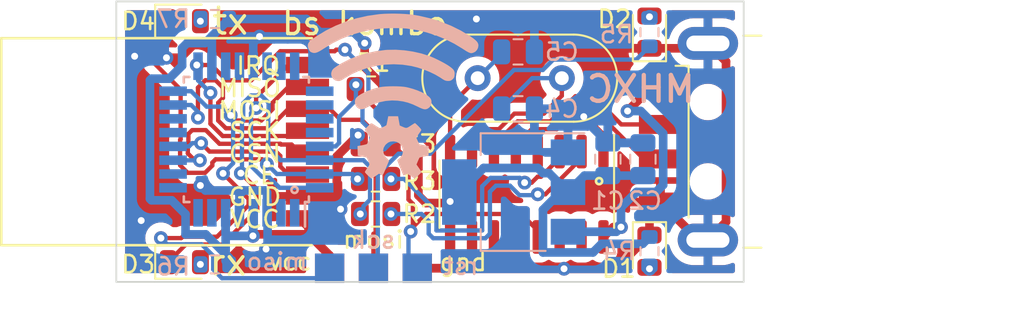
<source format=kicad_pcb>
(kicad_pcb (version 20211014) (generator pcbnew)
  (layers (0 "F.Cu" signal) (31 "B.Cu" signal) (34 "B.Paste" user) (35 "F.Paste" user) (36 "B.SilkS" user "B.Silkscreen") (37 "F.SilkS" user "F.Silkscreen") (38 "B.Mask" user) (39 "F.Mask" user) (44 "Edge.Cuts" user))
  (net 0 "")
  (net 1 "GND")
  (net 3 "+3V3")
  (net 8 "Net-(D1-Pad2)")
  (net 11 "Net-(D2-Pad2)")
  (net 12 "Net-(D3-Pad2)")
  (net 18 "Net-(C4-Pad1)")
  (net 19 "Net-(U2-Pad11)")
  (net 20 "Net-(U2-Pad12)")
  (net 21 "Net-(U2-Pad32)")
  (net 26 "RESET")
  (net 27 "Net-(C5-Pad1)")
  (net 28 "+5V")
  (net 29 "Net-(J2-Pad2)")
  (net 30 "Net-(J2-Pad3)")
  (net 31 "Net-(D4-Pad2)")
  (net 32 "Net-(R3-Pad1)")
  (net 41 "Net-(D3-Pad1)")
  (net 42 "Net-(D4-Pad1)")
  (net 43 "Net-(R2-Pad1)")
  (net 44 "Net-(J3-Pad4)")
  (net 45 "Net-(J3-Pad3)")
  (net 46 "Net-(J3-Pad1)")
  (footprint "Package_SO:SOIC-16_3.9x9.9mm_P1.27mm" (layer "F.Cu") (at 172.974 90.551 -90)
    (fp_text reference "U3" hide)
    (fp_text value "CH340G")
  )
  (footprint "Resistor_SMD:R_0805_2012Metric" (layer "F.Cu") (at 164.211 91.694 180)
    (fp_text reference "R2")
    (fp_text value "1k")
  )
  (footprint "LED_SMD:LED_0805_2012Metric" (layer "F.Cu") (at 180.086 81.153 90)
    (fp_text reference "D2")
    (fp_text value "LED")
  )
  (footprint "LED_SMD:LED_0805_2012Metric" (layer "F.Cu") (at 180.086 93.853 -90)
    (fp_text reference "D1")
    (fp_text value "LED")
  )
  (footprint "LED_SMD:LED_0805_2012Metric" (layer "F.Cu") (at 153.1175 80.518)
    (fp_text reference "D4")
    (fp_text value "LED")
  )
  (footprint "Capacitor_SMD:C_0805_2012Metric" (layer "F.Cu") (at 164.211 87.63 180)
    (fp_text reference "C3")
    (fp_text value "100n")
  )
  (footprint "Crystal:Crystal_HC49-U_Vertical" (layer "F.Cu") (at 175.006 83.82 180)
    (fp_text reference "Y1" hide)
    (fp_text value "12MHz")
  )
  (footprint "Keyplus_nordic:NRF24L01-Module-SMD" (layer "F.Cu") (at 159.512 87.503)
    (fp_text reference "U4" hide)
    (fp_text value "NRF24L01_Breakout")
  )
  (footprint "Resistor_SMD:R_0805_2012Metric" (layer "F.Cu") (at 163.957 84.455 180)
    (fp_text reference "R1")
    (fp_text value "10k")
  )
  (footprint "LED_SMD:LED_0805_2012Metric" (layer "F.Cu") (at 153.1175 94.488)
    (fp_text reference "D3")
    (fp_text value "LED")
  )
  (footprint "Connector_USB:USB_A_CNCTech_1001-011-01101_Horizontal" (layer "F.Cu") (at 190.373 87.503)
    (fp_text reference "J2" hide)
    (fp_text value "USB_A")
  )
  (footprint "Resistor_SMD:R_0805_2012Metric" (layer "F.Cu") (at 164.211 89.662 180)
    (fp_text reference "R3")
    (fp_text value "1k")
  )
  (footprint "Capacitor_SMD:C_0805_2012Metric" (layer "B.Cu") (at 172.466 85.598)
    (fp_text reference "C4")
    (fp_text value "22p")
  )
  (footprint "Resistor_SMD:R_0603_1608Metric" (layer "B.Cu") (at 154.8955 80.391 180)
    (fp_text reference "R7")
    (fp_text value "620")
  )
  (footprint "Capacitor_SMD:C_0805_2012Metric" (layer "B.Cu") (at 177.673 88.519 90)
    (fp_text reference "C1")
    (fp_text value "100n")
  )
  (footprint "Resistor_SMD:R_0603_1608Metric" (layer "B.Cu") (at 180.086 93.853 -90)
    (fp_text reference "R4")
    (fp_text value "620")
  )
  (footprint "Capacitor_SMD:C_0805_2012Metric" (layer "B.Cu") (at 179.705 88.519 90)
    (fp_text reference "C2")
    (fp_text value "10u")
  )
  (footprint "sam:PinHeader_2x03_P2.54mm_krai" (layer "B.Cu") (at 166.624 94.8375 90)
    (fp_text reference "J3" hide)
    (fp_text value "AVR-ISP-6")
  )
  (footprint "Capacitor_SMD:C_0805_2012Metric" (layer "B.Cu") (at 172.466 82.296)
    (fp_text reference "C5")
    (fp_text value "22p")
  )
  (footprint "LOGO" (layer "B.Cu") (at 165.227 84.836 180)
    (fp_text reference "G***" hide)
    (fp_text value "LOGO" hide)
  )
  (footprint "Package_QFP:TQFP-32_7x7mm_P0.8mm" (layer "B.Cu") (at 156.718 87.376 90)
    (fp_text reference "U2" hide)
    (fp_text value "ATmega8A-A")
  )
  (footprint "Resistor_SMD:R_0603_1608Metric" (layer "B.Cu") (at 154.8955 94.615 180)
    (fp_text reference "R6")
    (fp_text value "620")
  )
  (footprint "Package_TO_SOT_SMD:SOT-223-3_TabPin2" (layer "B.Cu") (at 172.212 90.424 180)
    (fp_text reference "U1" hide)
    (fp_text value "AMS1117-3.3")
  )
  (footprint "Resistor_SMD:R_0603_1608Metric" (layer "B.Cu") (at 180.086 81.153 90)
    (fp_text reference "R5")
    (fp_text value "620")
  )
  (gr_circle (center 159.512 90.297) (end 159.385 90.424) (layer "B.SilkS") (width 0.15) (fill none))
  (gr_circle (center 177.165 89.789) (end 177.292 89.916) (layer "F.SilkS") (width 0.15) (fill none))
  (gr_line (start 149.1805 95.631) (end 149.1805 79.375) (layer "Edge.Cuts") (width 0.1))
  (gr_line (start 185.547 79.375) (end 185.547 95.631) (layer "Edge.Cuts") (width 0.1))
  (gr_line (start 149.1805 79.375) (end 185.547 79.375) (layer "Edge.Cuts") (width 0.1))
  (gr_line (start 185.547 95.631) (end 149.1805 95.631) (layer "Edge.Cuts") (width 0.1))
  (gr_text "rst" (at 169.164 94.7105) (layer "B.SilkS") (effects (font (size 1 1)) (justify mirror)))
  (gr_text "MHXC" (at 179.578 84.455) (layer "B.SilkS") (effects (font (size 1.5 1.5) (thickness 0.25)) (justify mirror)))
  (gr_text "sck" (at 164.084 93.1865) (layer "B.SilkS") (effects (font (size 1 1)) (justify mirror)))
  (gr_text "miso" (at 158.496 94.4565) (layer "B.SilkS") (effects (font (size 1 1)) (justify mirror)))
  (gr_text "rx" (at 155.6575 94.488) (layer "F.SilkS") (effects (font (size 1.5 1.5) (thickness 0.2))))
  (gr_text "vcc" (at 159.258 94.4565) (layer "F.SilkS") (effects (font (size 1 1))))
  (gr_text "tx" (at 155.7845 80.518) (layer "F.SilkS") (effects (font (size 1.5 1.5) (thickness 0.2))))
  (gr_text "bs_kombo" (at 163.576 80.645) (layer "F.SilkS") (effects (font (size 1.3 1.3) (thickness 0.2))))
  (gr_text "mosi" (at 164.084 93.1865) (layer "F.SilkS") (effects (font (size 1 1))))
  (gr_text "gnd" (at 169.291 94.488) (layer "F.SilkS") (effects (font (size 1 1))))
  (segment (start 183.473 93.203) (end 182.923 93.203) (width 0.5) (layer "F.Cu") (net 1))
  (segment (start 180.086 82.0905) (end 183.1855 82.0905) (width 0.5) (layer "F.Cu") (net 1))
  (segment (start 176.276 86.106) (end 176.276 86.0515) (width 0.5) (layer "F.Cu") (net 1))
  (segment (start 183.1855 82.0905) (end 183.473 81.803) (width 0.5) (layer "F.Cu") (net 1))
  (segment (start 157.204 81.683) (end 157.48 81.407) (width 0.5) (layer "F.Cu") (net 1))
  (segment (start 153.850828 81.683) (end 157.204 81.683) (width 0.5) (layer "F.Cu") (net 1))
  (segment (start 161.617 90.8526) (end 162.179 91.4146) (width 0.5) (layer "F.Cu") (net 1))
  (segment (start 178.1325 94.869) (end 180.086 92.9155) (width 0.5) (layer "F.Cu") (net 1))
  (segment (start 163.195 87.122) (end 161.962 88.355) (width 0.5) (layer "F.Cu") (net 1))
  (segment (start 180.086 92.9155) (end 180.086 91.64) (width 0.5) (layer "F.Cu") (net 1))
  (segment (start 177.419 87.249) (end 176.276 86.106) (width 0.5) (layer "F.Cu") (net 1))
  (segment (start 161.617 90.678) (end 161.617 90.8526) (width 0.5) (layer "F.Cu") (net 1))
  (segment (start 184.523001 92.152999) (end 183.473 93.203) (width 0.5) (layer "F.Cu") (net 1))
  (segment (start 180.086 91.64) (end 180.723 91.003) (width 0.5) (layer "F.Cu") (net 1))
  (segment (start 184.523001 82.853001) (end 184.523001 92.152999) (width 0.5) (layer "F.Cu") (net 1))
  (segment (start 161.962 90.333) (end 161.617 90.678) (width 0.5) (layer "F.Cu") (net 1))
  (segment (start 182.923 93.203) (end 180.723 91.003) (width 0.5) (layer "F.Cu") (net 1))
  (segment (start 177.419 88.076) (end 177.419 87.249) (width 0.5) (layer "F.Cu") (net 1))
  (segment (start 152.896328 82.6375) (end 153.850828 81.683) (width 0.5) (layer "F.Cu") (net 1))
  (segment (start 183.473 81.803) (end 184.523001 82.853001) (width 0.5) (layer "F.Cu") (net 1))
  (segment (start 175.133 94.869) (end 178.1325 94.869) (width 0.5) (layer "F.Cu") (net 1))
  (segment (start 161.617 90.678) (end 160.512 90.678) (width 0.5) (layer "F.Cu") (net 1))
  (segment (start 152.0868 82.6375) (end 152.896328 82.6375) (width 0.5) (layer "F.Cu") (net 1))
  (segment (start 161.962 88.355) (end 161.962 90.333) (width 0.5) (layer "F.Cu") (net 1))
  (via (at 163.195 87.122) (size 0.8) (drill 0.4) (layers "F.Cu" "B.Cu") (net 1))
  (via (at 150.622 92.075) (size 0.8) (drill 0.4) (layers "F.Cu" "B.Cu") (net 1))
  (via (at 152.0868 82.6375) (size 0.8) (drill 0.4) (layers "F.Cu" "B.Cu") (net 1))
  (via (at 176.276 86.0515) (size 0.8) (drill 0.4) (layers "F.Cu" "B.Cu") (net 1))
  (via (at 175.133 94.869) (size 0.8) (drill 0.4) (layers "F.Cu" "B.Cu") (net 1))
  (via (at 150.241 82.55) (size 0.8) (drill 0.4) (layers "F.Cu" "B.Cu") (net 1))
  (via (at 154.051 90.043) (size 0.8) (drill 0.4) (layers "F.Cu" "B.Cu") (net 1))
  (via (at 162.179 91.4146) (size 0.8) (drill 0.4) (layers "F.Cu" "B.Cu") (net 1))
  (via (at 157.861 93.726) (size 0.8) (drill 0.4) (layers "F.Cu" "B.Cu") (net 1))
  (via (at 157.48 81.407) (size 0.8) (drill 0.4) (layers "F.Cu" "B.Cu") (net 1))
  (via (at 170.053 80.391) (size 0.8) (drill 0.4) (layers "F.Cu" "B.Cu") (net 1))
  (segment (start 157.118 81.769) (end 157.48 81.407) (width 0.5) (layer "B.Cu") (net 1))
  (segment (start 176.276 86.172) (end 177.673 87.569) (width 0.5) (layer "B.Cu") (net 1))
  (segment (start 150.3285 82.6375) (end 150.241 82.55) (width 0.5) (layer "B.Cu") (net 1))
  (segment (start 157.918 90.451) (end 157.798538 90.331538) (width 0.5) (layer "B.Cu") (net 1))
  (segment (start 157.949 93.638) (end 157.861 93.726) (width 0.5) (layer "B.Cu") (net 1))
  (segment (start 152.0868 82.6375) (end 150.3285 82.6375) (width 0.5) (layer "B.Cu") (net 1))
  (segment (start 157.918 91.626) (end 157.918 90.451) (width 0.5) (layer "B.Cu") (net 1))
  (segment (start 176.276 86.0515) (end 176.276 86.172) (width 0.5) (layer "B.Cu") (net 1))
  (segment (start 157.918 91.626) (end 157.949 91.657) (width 0.5) (layer "B.Cu") (net 1))
  (segment (start 154.051 90.043) (end 154.339538 90.331538) (width 0.5) (layer "B.Cu") (net 1))
  (segment (start 177.673 87.569) (end 179.705 87.569) (width 0.5) (layer "B.Cu") (net 1))
  (segment (start 175.8225 85.598) (end 176.276 86.0515) (width 0.5) (layer "B.Cu") (net 1))
  (segment (start 157.798538 90.331538) (end 156.560687 90.331538) (width 0.5) (layer "B.Cu") (net 1))
  (segment (start 156.318 90.574225) (end 156.560687 90.331538) (width 0.5) (layer "B.Cu") (net 1))
  (segment (start 173.416 85.598) (end 175.8225 85.598) (width 0.5) (layer "B.Cu") (net 1))
  (segment (start 156.318 91.626) (end 156.318 90.574225) (width 0.5) (layer "B.Cu") (net 1))
  (segment (start 157.949 91.657) (end 157.949 93.638) (width 0.5) (layer "B.Cu") (net 1))
  (segment (start 154.339538 90.331538) (end 156.560687 90.331538) (width 0.5) (layer "B.Cu") (net 1))
  (segment (start 157.118 83.126) (end 157.118 81.769) (width 0.5) (layer "B.Cu") (net 1))
  (segment (start 158.562 92.873) (end 159.7766 92.873) (width 0.5) (layer "F.Cu") (net 3))
  (segment (start 163.576 83.185) (end 164.846 84.455) (width 0.5) (layer "F.Cu") (net 3))
  (segment (start 166.111 85.6965) (end 164.8695 84.455) (width 0.5) (layer "F.Cu") (net 3))
  (segment (start 163.576 81.788) (end 163.576 83.185) (width 0.5) (layer "F.Cu") (net 3))
  (segment (start 161.544 94.092) (end 161.544 94.8375) (width 0.5) (layer "F.Cu") (net 3))
  (segment (start 157.19 92.873) (end 158.562 92.873) (width 0.5) (layer "F.Cu") (net 3))
  (segment (start 160.325 92.873) (end 161.544 94.092) (width 0.5) (layer "F.Cu") (net 3))
  (segment (start 157.099 92.964) (end 157.19 92.873) (width 0.5) (layer "F.Cu") (net 3))
  (segment (start 166.691 90.618) (end 166.691 88.346828) (width 0.5) (layer "F.Cu") (net 3))
  (segment (start 166.111 87.766828) (end 166.111 85.6965) (width 0.5) (layer "F.Cu") (net 3))
  (segment (start 160.325 92.461) (end 159.812 91.948) (width 0.5) (layer "F.Cu") (net 3))
  (segment (start 166.691 88.346828) (end 166.111 87.766828) (width 0.5) (layer "F.Cu") (net 3))
  (segment (start 168.4395 91.059) (end 167.132 91.059) (width 0.5) (layer "F.Cu") (net 3))
  (segment (start 160.325 92.873) (end 160.325 92.461) (width 0.5) (layer "F.Cu") (net 3))
  (segment (start 168.529 90.9695) (end 168.4395 91.059) (width 0.5) (layer "F.Cu") (net 3))
  (segment (start 159.7766 92.873) (end 160.325 92.873) (width 0.5) (layer "F.Cu") (net 3))
  (segment (start 164.846 84.455) (end 164.8695 84.455) (width 0.5) (layer "F.Cu") (net 3))
  (segment (start 167.132 91.059) (end 166.691 90.618) (width 0.5) (layer "F.Cu") (net 3))
  (via (at 168.529 90.9695) (size 0.8) (drill 0.4) (layers "F.Cu" "B.Cu") (net 3))
  (via (at 163.576 81.788) (size 0.8) (drill 0.4) (layers "F.Cu" "B.Cu") (net 3))
  (via (at 157.099 92.964) (size 0.8) (drill 0.4) (layers "F.Cu" "B.Cu") (net 3))
  (segment (start 157.099 92.964) (end 157.118 92.945) (width 0.5) (layer "B.Cu") (net 3))
  (segment (start 176.812 93.924) (end 173.912 93.924) (width 0.5) (layer "B.Cu") (net 3))
  (segment (start 162.941 81.153) (end 160.968082 81.153) (width 0.5) (layer "B.Cu") (net 3))
  (segment (start 177.312 93.424) (end 176.812 93.924) (width 0.5) (layer "B.Cu") (net 3))
  (segment (start 152.993498 82.075502) (end 152.993498 83.099502) (width 0.5) (layer "B.Cu") (net 3))
  (segment (start 155.518 92.801) (end 155.681 92.964) (width 0.5) (layer "B.Cu") (net 3))
  (segment (start 173.912 89.324) (end 174.262 89.324) (width 0.5) (layer "B.Cu") (net 3))
  (segment (start 151.218 83.851) (end 151.13 83.939) (width 0.5) (layer "B.Cu") (net 3))
  (segment (start 179.69 93.424) (end 177.312 93.424) (width 0.5) (layer "B.Cu") (net 3))
  (segment (start 151.218 90.901) (end 152.387134 90.901) (width 0.5) (layer "B.Cu") (net 3))
  (segment (start 151.13 90.813) (end 151.218 90.901) (width 0.5) (layer "B.Cu") (net 3))
  (segment (start 173.912 91.450082) (end 174.938082 90.424) (width 0.5) (layer "B.Cu") (net 3))
  (segment (start 180.086 93.028) (end 179.69 93.424) (width 0.5) (layer "B.Cu") (net 3))
  (segment (start 157.118 92.945) (end 157.118 91.626) (width 0.5) (layer "B.Cu") (net 3))
  (segment (start 155.518 94.4125) (end 155.518 91.626) (width 0.5) (layer "B.Cu") (net 3))
  (segment (start 160.968082 81.153) (end 160.206082 80.391) (width 0.5) (layer "B.Cu") (net 3))
  (segment (start 154.362134 92.876) (end 155.7205 94.234366) (width 0.5) (layer "B.Cu") (net 3))
  (segment (start 154.718 81.3935) (end 154.718 83.126) (width 0.5) (layer "B.Cu") (net 3))
  (segment (start 151.13 83.939) (end 151.13 90.813) (width 0.5) (layer "B.Cu") (net 3))
  (segment (start 153.193 91.706866) (end 153.193 92.876) (width 0.5) (layer "B.Cu") (net 3))
  (segment (start 155.681 92.964) (end 157.099 92.964) (width 0.5) (layer "B.Cu") (net 3))
  (segment (start 154.3235 81.788) (end 153.281 81.788) (width 0.5) (layer "B.Cu") (net 3))
  (segment (start 176.317 89.469) (end 175.362 90.424) (width 0.5) (layer "B.Cu") (net 3))
  (segment (start 170.4715 89.027) (end 173.615 89.027) (width 0.5) (layer "B.Cu") (net 3))
  (segment (start 160.206082 80.391) (end 155.7205 80.391) (width 0.5) (layer "B.Cu") (net 3))
  (segment (start 155.7205 80.391) (end 154.718 81.3935) (width 0.5) (layer "B.Cu") (net 3))
  (segment (start 155.7205 94.234366) (end 155.7205 94.615) (width 0.5) (layer "B.Cu") (net 3))
  (segment (start 173.615 89.027) (end 173.912 89.324) (width 0.5) (layer "B.Cu") (net 3))
  (segment (start 152.387134 90.901) (end 153.193 91.706866) (width 0.5) (layer "B.Cu") (net 3))
  (segment (start 153.281 81.788) (end 152.993498 82.075502) (width 0.5) (layer "B.Cu") (net 3))
  (segment (start 173.912 93.924) (end 173.912 91.450082) (width 0.5) (layer "B.Cu") (net 3))
  (segment (start 152.993498 83.099502) (end 152.242 83.851) (width 0.5) (layer "B.Cu") (net 3))
  (segment (start 153.193 92.876) (end 154.362134 92.876) (width 0.5) (layer "B.Cu") (net 3))
  (segment (start 152.242 83.851) (end 151.218 83.851) (width 0.5) (layer "B.Cu") (net 3))
  (segment (start 155.7205 94.615) (end 155.518 94.4125) (width 0.5) (layer "B.Cu") (net 3))
  (segment (start 179.705 89.469) (end 176.317 89.469) (width 0.5) (layer "B.Cu") (net 3))
  (segment (start 168.529 90.957) (end 169.062 90.424) (width 0.5) (layer "B.Cu") (net 3))
  (segment (start 163.576 81.788) (end 162.941 81.153) (width 0.5) (layer "B.Cu") (net 3))
  (segment (start 155.7205 80.391) (end 154.3235 81.788) (width 0.5) (layer "B.Cu") (net 3))
  (segment (start 168.529 90.9695) (end 168.529 90.957) (width 0.5) (layer "B.Cu") (net 3))
  (segment (start 155.518 91.626) (end 155.518 92.801) (width 0.5) (layer "B.Cu") (net 3))
  (segment (start 174.262 89.324) (end 175.362 90.424) (width 0.5) (layer "B.Cu") (net 3))
  (segment (start 168.529 90.9695) (end 170.4715 89.027) (width 0.5) (layer "B.Cu") (net 3))
  (via (at 180.086 94.869) (size 0.8) (drill 0.4) (layers "F.Cu" "B.Cu") (net 8))
  (via (at 180.086 80.264) (size 0.8) (drill 0.4) (layers "F.Cu" "B.Cu") (net 11))
  (via (at 154.051 94.615) (size 0.8) (drill 0.4) (layers "F.Cu" "B.Cu") (net 12))
  (segment (start 175.006 84.836) (end 173.966 85.876) (width 0.25) (layer "F.Cu") (net 18))
  (segment (start 175.006 83.82) (end 175.006 84.836) (width 0.25) (layer "F.Cu") (net 18))
  (segment (start 171.355853 86.776) (end 170.722249 86.776) (width 0.25) (layer "F.Cu") (net 18))
  (segment (start 172.255853 85.876) (end 171.355853 86.776) (width 0.25) (layer "F.Cu") (net 18))
  (segment (start 169.799 87.699249) (end 169.799 88.076) (width 0.25) (layer "F.Cu") (net 18))
  (segment (start 173.966 85.876) (end 172.255853 85.876) (width 0.25) (layer "F.Cu") (net 18))
  (segment (start 170.722249 86.776) (end 169.799 87.699249) (width 0.25) (layer "F.Cu") (net 18))
  (segment (start 173.294 83.82) (end 175.006 83.82) (width 0.25) (layer "B.Cu") (net 18))
  (segment (start 171.516 85.598) (end 173.294 83.82) (width 0.25) (layer "B.Cu") (net 18))
  (segment (start 153.326 88.184305) (end 153.326 87.583695) (width 0.25) (layer "F.Cu") (net 19))
  (segment (start 158.687 87.624602) (end 158.730398 87.668) (width 0.25) (layer "F.Cu") (net 19))
  (segment (start 155.158054 87.624602) (end 158.687 87.624602) (width 0.25) (layer "F.Cu") (net 19))
  (segment (start 153.99601 88.609) (end 153.750695 88.609) (width 0.25) (layer "F.Cu") (net 19))
  (segment (start 153.58 86.831) (end 154.364452 86.831) (width 0.25) (layer "F.Cu") (net 19))
  (segment (start 153.358 87.053) (end 153.58 86.831) (width 0.25) (layer "F.Cu") (net 19))
  (segment (start 159.342 87.668) (end 159.812 88.138) (width 0.25) (layer "F.Cu") (net 19))
  (segment (start 153.326 87.583695) (end 153.358 87.551695) (width 0.25) (layer "F.Cu") (net 19))
  (segment (start 154.022092 88.582918) (end 153.99601 88.609) (width 0.25) (layer "F.Cu") (net 19))
  (segment (start 153.750695 88.609) (end 153.326 88.184305) (width 0.25) (layer "F.Cu") (net 19))
  (segment (start 158.730398 87.668) (end 159.342 87.668) (width 0.25) (layer "F.Cu") (net 19))
  (segment (start 154.364452 86.831) (end 155.158054 87.624602) (width 0.25) (layer "F.Cu") (net 19))
  (segment (start 153.358 87.551695) (end 153.358 87.053) (width 0.25) (layer "F.Cu") (net 19))
  (via (at 154.022092 88.582918) (size 0.8) (drill 0.4) (layers "F.Cu" "B.Cu") (net 19))
  (segment (start 154.022092 88.582918) (end 153.225918 88.582918) (width 0.25) (layer "B.Cu") (net 19))
  (segment (start 153.219 88.576) (end 152.468 88.576) (width 0.25) (layer "B.Cu") (net 19))
  (segment (start 153.225918 88.582918) (end 153.219 88.576) (width 0.25) (layer "B.Cu") (net 19))
  (segment (start 158.687 88.329) (end 158.687 88.938) (width 0.25) (layer "F.Cu") (net 20))
  (segment (start 159.157 89.408) (end 159.812 89.408) (width 0.25) (layer "F.Cu") (net 20))
  (segment (start 154.583456 88.074602) (end 158.432602 88.074602) (width 0.25) (layer "F.Cu") (net 20))
  (segment (start 158.687 88.938) (end 159.157 89.408) (width 0.25) (layer "F.Cu") (net 20))
  (segment (start 154.094927 87.586073) (end 154.583456 88.074602) (width 0.25) (layer "F.Cu") (net 20))
  (segment (start 158.432602 88.074602) (end 158.687 88.329) (width 0.25) (layer "F.Cu") (net 20))
  (via (at 154.094927 87.586073) (size 0.8) (drill 0.4) (layers "F.Cu" "B.Cu") (net 20))
  (segment (start 154.094927 87.586073) (end 153.582927 87.586073) (width 0.25) (layer "B.Cu") (net 20))
  (segment (start 153.582927 87.586073) (end 153.393 87.776) (width 0.25) (layer "B.Cu") (net 20))
  (segment (start 153.393 87.776) (end 152.468 87.776) (width 0.25) (layer "B.Cu") (net 20))
  (segment (start 157.282996 84.932004) (end 159.157 83.058) (width 0.25) (layer "F.Cu") (net 21))
  (segment (start 159.157 83.058) (end 159.812 83.058) (width 0.25) (layer "F.Cu") (net 21))
  (segment (start 157.282996 85.549602) (end 157.282996 84.932004) (width 0.25) (layer "F.Cu") (net 21))
  (via (at 157.282996 85.549602) (size 0.8) (drill 0.4) (layers "F.Cu" "B.Cu") (net 21))
  (segment (start 157.616704 89.535) (end 158.005613 89.535) (width 0.25) (layer "B.Cu") (net 21))
  (segment (start 157.282996 85.549602) (end 156.985549 85.847049) (width 0.25) (layer "B.Cu") (net 21))
  (segment (start 158.646613 90.176) (end 160.968 90.176) (width 0.25) (layer "B.Cu") (net 21))
  (segment (start 156.985549 88.903845) (end 157.616704 89.535) (width 0.25) (layer "B.Cu") (net 21))
  (segment (start 158.005613 89.535) (end 158.646613 90.176) (width 0.25) (layer "B.Cu") (net 21))
  (segment (start 156.985549 85.847049) (end 156.985549 88.903845) (width 0.25) (layer "B.Cu") (net 21))
  (segment (start 163.089827 84.455) (end 165.161 86.526173) (width 0.25) (layer "F.Cu") (net 26))
  (segment (start 166.243 92.583) (end 167.132 91.694) (width 0.25) (layer "F.Cu") (net 26))
  (segment (start 166.37 92.583) (end 166.37 91.110173) (width 0.25) (layer "F.Cu") (net 26))
  (segment (start 166.243 92.71) (end 166.37 92.583) (width 0.25) (layer "F.Cu") (net 26))
  (segment (start 166.243 92.71) (end 166.243 92.583) (width 0.25) (layer "F.Cu") (net 26))
  (segment (start 166.37 91.110173) (end 166.116 90.856173) (width 0.25) (layer "F.Cu") (net 26))
  (segment (start 163.0445 84.455) (end 163.089827 84.455) (width 0.25) (layer "F.Cu") (net 26))
  (segment (start 165.161 86.526173) (end 165.161 87.63) (width 0.25) (layer "F.Cu") (net 26))
  (segment (start 173.609 92.649249) (end 173.609 93.402751) (width 0.25) (layer "F.Cu") (net 26))
  (segment (start 166.116 88.585) (end 165.161 87.63) (width 0.25) (layer "F.Cu") (net 26))
  (segment (start 166.116 90.856173) (end 166.116 88.585) (width 0.25) (layer "F.Cu") (net 26))
  (segment (start 172.653751 91.694) (end 173.609 92.649249) (width 0.25) (layer "F.Cu") (net 26))
  (segment (start 167.132 91.694) (end 172.653751 91.694) (width 0.25) (layer "F.Cu") (net 26))
  (via (at 163.068 84.201) (size 0.8) (drill 0.4) (layers "F.Cu" "B.Cu") (net 26))
  (via (at 166.243 92.71) (size 0.8) (drill 0.4) (layers "F.Cu" "B.Cu") (net 26))
  (segment (start 166.116 92.837) (end 166.116 94.3295) (width 0.25) (layer "B.Cu") (net 26))
  (segment (start 162.093 87.576) (end 161.893 87.776) (width 0.25) (layer "B.Cu") (net 26))
  (segment (start 163.068 84.201) (end 163.068 85.09) (width 0.25) (layer "B.Cu") (net 26))
  (segment (start 166.116 94.3295) (end 166.624 94.8375) (width 0.25) (layer "B.Cu") (net 26))
  (segment (start 161.893 87.776) (end 160.968 87.776) (width 0.25) (layer "B.Cu") (net 26))
  (segment (start 163.068 85.09) (end 162.093 86.065) (width 0.25) (layer "B.Cu") (net 26))
  (segment (start 166.243 92.71) (end 166.116 92.837) (width 0.25) (layer "B.Cu") (net 26))
  (segment (start 162.093 86.065) (end 162.093 87.576) (width 0.25) (layer "B.Cu") (net 26))
  (segment (start 168.529 85.417) (end 168.529 88.076) (width 0.25) (layer "F.Cu") (net 27))
  (segment (start 170.126 83.82) (end 168.529 85.417) (width 0.25) (layer "F.Cu") (net 27))
  (segment (start 171.516 82.43) (end 170.126 83.82) (width 0.25) (layer "B.Cu") (net 27))
  (segment (start 171.516 82.296) (end 171.516 82.43) (width 0.25) (layer "B.Cu") (net 27))
  (segment (start 178.435 92.456) (end 177.989 92.456) (width 0.5) (layer "F.Cu") (net 28))
  (segment (start 177.989 92.456) (end 177.419 93.026) (width 0.5) (layer "F.Cu") (net 28))
  (segment (start 180.538 84.003) (end 180.723 84.003) (width 0.5) (layer "F.Cu") (net 28))
  (segment (start 178.816 85.725) (end 180.538 84.003) (width 0.5) (layer "F.Cu") (net 28))
  (via (at 178.435 92.456) (size 0.8) (drill 0.4) (layers "F.Cu" "B.Cu") (net 28))
  (via (at 178.816 85.725) (size 0.8) (drill 0.4) (layers "F.Cu" "B.Cu") (net 28))
  (segment (start 178.167 92.724) (end 175.362 92.724) (width 0.5) (layer "B.Cu") (net 28))
  (segment (start 178.435 92.456) (end 178.167 92.724) (width 0.5) (layer "B.Cu") (net 28))
  (segment (start 178.816 85.725) (end 179.575949 85.725) (width 0.5) (layer "B.Cu") (net 28))
  (segment (start 179.329 90.419) (end 178.435 91.313) (width 0.5) (layer "B.Cu") (net 28))
  (segment (start 180.88 87.029051) (end 180.88 90.008949) (width 0.5) (layer "B.Cu") (net 28))
  (segment (start 180.469949 90.419) (end 179.329 90.419) (width 0.5) (layer "B.Cu") (net 28))
  (segment (start 180.88 90.008949) (end 180.469949 90.419) (width 0.5) (layer "B.Cu") (net 28))
  (segment (start 179.575949 85.725) (end 180.88 87.029051) (width 0.5) (layer "B.Cu") (net 28))
  (segment (start 178.435 91.313) (end 178.435 92.456) (width 0.5) (layer "B.Cu") (net 28))
  (segment (start 178.451 86.503) (end 176.821 84.873) (width 0.25) (layer "F.Cu") (net 29))
  (segment (start 175.792799 84.873) (end 174.339799 86.326) (width 0.25) (layer "F.Cu") (net 29))
  (segment (start 176.821 84.873) (end 175.792799 84.873) (width 0.25) (layer "F.Cu") (net 29))
  (segment (start 174.339799 86.326) (end 172.442249 86.326) (width 0.25) (layer "F.Cu") (net 29))
  (segment (start 171.069 87.699249) (end 171.069 88.076) (width 0.25) (layer "F.Cu") (net 29))
  (segment (start 172.442249 86.326) (end 171.069 87.699249) (width 0.25) (layer "F.Cu") (net 29))
  (segment (start 180.723 86.503) (end 178.451 86.503) (width 0.25) (layer "F.Cu") (net 29))
  (segment (start 176.576305 85.3265) (end 175.975695 85.3265) (width 0.25) (layer "F.Cu") (net 30))
  (segment (start 173.262249 86.776) (end 172.339 87.699249) (width 0.25) (layer "F.Cu") (net 30))
  (segment (start 174.717 86.776) (end 173.262249 86.776) (width 0.25) (layer "F.Cu") (net 30))
  (segment (start 180.723 88.503) (end 179.752805 88.503) (width 0.25) (layer "F.Cu") (net 30))
  (segment (start 179.752805 88.503) (end 176.576305 85.3265) (width 0.25) (layer "F.Cu") (net 30))
  (segment (start 175.551 85.942) (end 174.717 86.776) (width 0.25) (layer "F.Cu") (net 30))
  (segment (start 172.339 87.699249) (end 172.339 88.076) (width 0.25) (layer "F.Cu") (net 30))
  (segment (start 175.975695 85.3265) (end 175.551 85.751195) (width 0.25) (layer "F.Cu") (net 30))
  (segment (start 175.551 85.751195) (end 175.551 85.942) (width 0.25) (layer "F.Cu") (net 30))
  (via (at 154.051 80.518) (size 0.8) (drill 0.4) (layers "F.Cu" "B.Cu") (net 31))
  (segment (start 173.796751 89.535) (end 174.879 88.452751) (width 0.25) (layer "F.Cu") (net 32))
  (segment (start 174.879 88.452751) (end 174.879 88.076) (width 0.25) (layer "F.Cu") (net 32))
  (segment (start 173.599695 89.535) (end 173.796751 89.535) (width 0.25) (layer "F.Cu") (net 32))
  (segment (start 173.258195 89.8765) (end 173.599695 89.535) (width 0.25) (layer "F.Cu") (net 32))
  (segment (start 172.847 89.8765) (end 173.258195 89.8765) (width 0.25) (layer "F.Cu") (net 32))
  (via (at 165.1 89.6615) (size 0.8) (drill 0.4) (layers "F.Cu" "B.Cu") (net 32))
  (via (at 172.847 89.8765) (size 0.8) (drill 0.4) (layers "F.Cu" "B.Cu") (net 32))
  (segment (start 170.387 92.649) (end 170.387 90.09) (width 0.25) (layer "B.Cu") (net 32))
  (segment (start 170.875 89.602) (end 172.5725 89.602) (width 0.25) (layer "B.Cu") (net 32))
  (segment (start 167.737 91.537) (end 167.737 92.649) (width 0.25) (layer "B.Cu") (net 32))
  (segment (start 172.5725 89.602) (end 172.847 89.8765) (width 0.25) (layer "B.Cu") (net 32))
  (segment (start 170.387 90.09) (end 170.875 89.602) (width 0.25) (layer "B.Cu") (net 32))
  (segment (start 165.8615 89.6615) (end 167.737 91.537) (width 0.25) (layer "B.Cu") (net 32))
  (segment (start 167.737 92.649) (end 170.387 92.649) (width 0.25) (layer "B.Cu") (net 32))
  (segment (start 165.1 89.6615) (end 165.8615 89.6615) (width 0.25) (layer "B.Cu") (net 32))
  (segment (start 154.534334 93.463) (end 154.543334 93.472) (width 0.25) (layer "F.Cu") (net 41))
  (segment (start 157.353 90.282921) (end 156.398468 89.328389) (width 0.25) (layer "F.Cu") (net 41))
  (segment (start 154.543334 93.472) (end 155.321 93.472) (width 0.25) (layer "F.Cu") (net 41))
  (segment (start 153.205 93.463) (end 154.534334 93.463) (width 0.25) (layer "F.Cu") (net 41))
  (segment (start 155.321 93.472) (end 157.353 91.44) (width 0.25) (layer "F.Cu") (net 41))
  (segment (start 157.353 91.44) (end 157.353 90.282921) (width 0.25) (layer "F.Cu") (net 41))
  (segment (start 152.18 94.488) (end 153.205 93.463) (width 0.25) (layer "F.Cu") (net 41))
  (via (at 163.322 91.694) (size 0.8) (drill 0.4) (layers "F.Cu" "B.Cu") (net 41))
  (via (at 156.398468 89.328389) (size 0.8) (drill 0.4) (layers "F.Cu" "B.Cu") (net 41))
  (segment (start 163.888 88.958) (end 163.506 88.576) (width 0.25) (layer "B.Cu") (net 41))
  (segment (start 163.507 91.244299) (end 163.888 90.863299) (width 0.25) (layer "B.Cu") (net 41))
  (segment (start 156.535549 85.271744) (end 156.982691 84.824602) (width 0.25) (layer "B.Cu") (net 41))
  (segment (start 158.708314 88.576) (end 160.968 88.576) (width 0.25) (layer "B.Cu") (net 41))
  (segment (start 158.007996 85.249297) (end 158.007996 85.849907) (width 0.25) (layer "B.Cu") (net 41))
  (segment (start 157.583301 84.824602) (end 158.007996 85.249297) (width 0.25) (layer "B.Cu") (net 41))
  (segment (start 158.178102 88.074102) (end 158.206416 88.074102) (width 0.25) (layer "B.Cu") (net 41))
  (segment (start 158.007996 85.849907) (end 157.988 85.869903) (width 0.25) (layer "B.Cu") (net 41))
  (segment (start 156.982691 84.824602) (end 157.583301 84.824602) (width 0.25) (layer "B.Cu") (net 41))
  (segment (start 156.464 86.350854) (end 156.535549 86.279305) (width 0.25) (layer "B.Cu") (net 41))
  (segment (start 157.988 87.884) (end 158.178102 88.074102) (width 0.25) (layer "B.Cu") (net 41))
  (segment (start 156.398468 89.328389) (end 156.464 89.262857) (width 0.25) (layer "B.Cu") (net 41))
  (segment (start 163.322 91.694) (end 163.507 91.509) (width 0.25) (layer "B.Cu") (net 41))
  (segment (start 156.535549 86.279305) (end 156.535549 85.271744) (width 0.25) (layer "B.Cu") (net 41))
  (segment (start 163.507 91.509) (end 163.507 91.244299) (width 0.25) (layer "B.Cu") (net 41))
  (segment (start 158.206416 88.074102) (end 158.708314 88.576) (width 0.25) (layer "B.Cu") (net 41))
  (segment (start 163.506 88.576) (end 160.968 88.576) (width 0.25) (layer "B.Cu") (net 41))
  (segment (start 157.988 85.869903) (end 157.988 87.884) (width 0.25) (layer "B.Cu") (net 41))
  (segment (start 163.888 90.863299) (end 163.888 88.958) (width 0.25) (layer "B.Cu") (net 41))
  (segment (start 156.464 89.262857) (end 156.464 86.350854) (width 0.25) (layer "B.Cu") (net 41))
  (segment (start 152.876 87.397299) (end 152.908 87.365299) (width 0.25) (layer "F.Cu") (net 42))
  (segment (start 152.18 81.5) (end 152.18 80.518) (width 0.25) (layer "F.Cu") (net 42))
  (segment (start 152.908 87.365299) (end 152.908 84.484005) (width 0.25) (layer "F.Cu") (net 42))
  (segment (start 154.322397 89.307918) (end 153.315388 89.307918) (width 0.25) (layer "F.Cu") (net 42))
  (segment (start 154.934398 88.524602) (end 154.747092 88.711908) (width 0.25) (layer "F.Cu") (net 42))
  (segment (start 151.3618 82.337195) (end 151.786495 81.9125) (width 0.25) (layer "F.Cu") (net 42))
  (segment (start 152.908 84.484005) (end 151.3618 82.937805) (width 0.25) (layer "F.Cu") (net 42))
  (segment (start 153.315388 89.307918) (end 152.876 88.86853) (width 0.25) (layer "F.Cu") (net 42))
  (segment (start 151.3618 82.937805) (end 151.3618 82.337195) (width 0.25) (layer "F.Cu") (net 42))
  (segment (start 152.5925 81.9125) (end 152.18 81.5) (width 0.25) (layer "F.Cu") (net 42))
  (segment (start 152.876 88.86853) (end 152.876 87.397299) (width 0.25) (layer "F.Cu") (net 42))
  (segment (start 154.747092 88.883223) (end 154.322397 89.307918) (width 0.25) (layer "F.Cu") (net 42))
  (segment (start 157.906111 88.799102) (end 157.631611 88.524602) (width 0.25) (layer "F.Cu") (net 42))
  (segment (start 154.747092 88.711908) (end 154.747092 88.883223) (width 0.25) (layer "F.Cu") (net 42))
  (segment (start 157.631611 88.524602) (end 154.934398 88.524602) (width 0.25) (layer "F.Cu") (net 42))
  (segment (start 151.786495 81.9125) (end 152.5925 81.9125) (width 0.25) (layer "F.Cu") (net 42))
  (via (at 157.906111 88.799102) (size 0.8) (drill 0.4) (layers "F.Cu" "B.Cu") (net 42))
  (via (at 163.1635 89.662) (size 0.8) (drill 0.4) (layers "F.Cu" "B.Cu") (net 42))
  (segment (start 163.1635 89.662) (end 162.8775 89.376) (width 0.25) (layer "B.Cu") (net 42))
  (segment (start 162.8775 89.376) (end 160.968 89.376) (width 0.25) (layer "B.Cu") (net 42))
  (segment (start 158.483009 89.376) (end 160.968 89.376) (width 0.25) (layer "B.Cu") (net 42))
  (segment (start 157.906111 88.799102) (end 158.483009 89.376) (width 0.25) (layer "B.Cu") (net 42))
  (segment (start 176.149 88.076) (end 176.149 88.452751) (width 0.25) (layer "F.Cu") (net 43))
  (segment (start 176.149 88.452751) (end 174.050751 90.551) (width 0.25) (layer "F.Cu") (net 43))
  (segment (start 174.050751 90.551) (end 173.609 90.551) (width 0.25) (layer "F.Cu") (net 43))
  (via (at 165.1 91.694) (size 0.8) (drill 0.4) (layers "F.Cu" "B.Cu") (net 43))
  (via (at 173.609 90.551) (size 0.8) (drill 0.4) (layers "F.Cu" "B.Cu") (net 43))
  (segment (start 170.573396 93.099) (end 170.837 92.835396) (width 0.25) (layer "B.Cu") (net 43))
  (segment (start 167.287 92.835396) (end 167.550604 93.099) (width 0.25) (layer "B.Cu") (net 43))
  (segment (start 173.5585 90.6015) (end 173.609 90.551) (width 0.25) (layer "B.Cu") (net 43))
  (segment (start 165.1 91.694) (end 166.878 91.694) (width 0.25) (layer "B.Cu") (net 43))
  (segment (start 170.837 92.835396) (end 170.837 90.402) (width 0.25) (layer "B.Cu") (net 43))
  (segment (start 166.878 91.694) (end 167.287 92.103) (width 0.25) (layer "B.Cu") (net 43))
  (segment (start 172.546695 90.6015) (end 173.5585 90.6015) (width 0.25) (layer "B.Cu") (net 43))
  (segment (start 167.550604 93.099) (end 170.573396 93.099) (width 0.25) (layer "B.Cu") (net 43))
  (segment (start 171.187 90.052) (end 171.997196 90.052) (width 0.25) (layer "B.Cu") (net 43))
  (segment (start 167.287 92.103) (end 167.287 92.835396) (width 0.25) (layer "B.Cu") (net 43))
  (segment (start 170.837 90.402) (end 171.187 90.052) (width 0.25) (layer "B.Cu") (net 43))
  (segment (start 171.997196 90.052) (end 172.546695 90.6015) (width 0.25) (layer "B.Cu") (net 43))
  (segment (start 155.086049 86.279805) (end 155.530846 86.724602) (width 0.25) (layer "F.Cu") (net 44))
  (segment (start 155.086049 85.244756) (end 155.086049 86.279805) (width 0.25) (layer "F.Cu") (net 44))
  (segment (start 155.530846 86.724602) (end 158.030398 86.724602) (width 0.25) (layer "F.Cu") (net 44))
  (segment (start 155.361049 84.369146) (end 155.361049 84.969756) (width 0.25) (layer "F.Cu") (net 44))
  (segment (start 154.335744 83.944451) (end 154.936354 83.944451) (width 0.25) (layer "F.Cu") (net 44))
  (segment (start 159.812 85.598) (end 161.544 85.598) (width 0.25) (layer "F.Cu") (net 44))
  (segment (start 164.084 92.964) (end 164.084 92.837) (width 0.25) (layer "F.Cu") (net 44))
  (segment (start 164.211 87.041827) (end 164.211 92.837) (width 0.25) (layer "F.Cu") (net 44))
  (segment (start 164.211 92.837) (end 164.084 92.964) (width 0.25) (layer "F.Cu") (net 44))
  (segment (start 153.911549 86.106) (end 153.911549 84.368646) (width 0.25) (layer "F.Cu") (net 44))
  (segment (start 155.361049 84.969756) (end 155.086049 85.244756) (width 0.25) (layer "F.Cu") (net 44))
  (segment (start 154.936354 83.944451) (end 155.361049 84.369146) (width 0.25) (layer "F.Cu") (net 44))
  (segment (start 161.544 85.598) (end 162.179 86.233) (width 0.25) (layer "F.Cu") (net 44))
  (segment (start 153.911549 84.368646) (end 154.335744 83.944451) (width 0.25) (layer "F.Cu") (net 44))
  (segment (start 159.157 85.598) (end 159.812 85.598) (width 0.25) (layer "F.Cu") (net 44))
  (segment (start 164.084 94.8375) (end 164.084 92.964) (width 0.25) (layer "F.Cu") (net 44))
  (segment (start 163.402173 86.233) (end 164.211 87.041827) (width 0.25) (layer "F.Cu") (net 44))
  (segment (start 158.030398 86.724602) (end 159.157 85.598) (width 0.25) (layer "F.Cu") (net 44))
  (segment (start 162.179 86.233) (end 163.402173 86.233) (width 0.25) (layer "F.Cu") (net 44))
  (via (at 153.911549 86.106) (size 0.8) (drill 0.4) (layers "F.Cu" "B.Cu") (net 44))
  (segment (start 153.911549 85.769549) (end 153.518 85.376) (width 0.25) (layer "B.Cu") (net 44))
  (segment (start 153.518 85.376) (end 152.468 85.376) (width 0.25) (layer "B.Cu") (net 44))
  (segment (start 153.911549 86.106) (end 153.911549 85.769549) (width 0.25) (layer "B.Cu") (net 44))
  (segment (start 155.34445 87.174602) (end 159.505398 87.174602) (width 0.25) (layer "F.Cu") (net 45))
  (segment (start 159.505398 87.174602) (end 159.812 86.868) (width 0.25) (layer "F.Cu") (net 45))
  (segment (start 155.575299 83.947) (end 154.686299 83.058) (width 0.25) (layer "F.Cu") (net 45))
  (segment (start 161.926 82.169) (end 161.837 82.258) (width 0.25) (layer "F.Cu") (net 45))
  (segment (start 154.636049 86.466201) (end 155.34445 87.174602) (width 0.25) (layer "F.Cu") (net 45))
  (segment (start 154.636049 84.669451) (end 154.636049 86.466201) (width 0.25) (layer "F.Cu") (net 45))
  (segment (start 154.686299 83.058) (end 153.843498 83.058) (width 0.25) (layer "F.Cu") (net 45))
  (segment (start 158.687 82.258) (end 156.998 83.947) (width 0.25) (layer "F.Cu") (net 45))
  (segment (start 161.837 82.258) (end 158.687 82.258) (width 0.25) (layer "F.Cu") (net 45))
  (segment (start 162.433 82.169) (end 161.926 82.169) (width 0.25) (layer "F.Cu") (net 45))
  (segment (start 156.998 83.947) (end 155.575299 83.947) (width 0.25) (layer "F.Cu") (net 45))
  (via (at 153.843498 83.058) (size 0.8) (drill 0.4) (layers "F.Cu" "B.Cu") (net 45))
  (via (at 154.636049 84.669451) (size 0.8) (drill 0.4) (layers "F.Cu" "B.Cu") (net 45))
  (via (at 162.433 82.169) (size 0.8) (drill 0.4) (layers "F.Cu" "B.Cu") (net 45))
  (segment (start 162.433 82.169) (end 163.793 83.529) (width 0.25) (layer "B.Cu") (net 45))
  (segment (start 153.843498 83.058) (end 153.911498 83.126) (width 0.25) (layer "B.Cu") (net 45))
  (segment (start 153.918 83.951402) (end 154.636049 84.669451) (width 0.25) (layer "B.Cu") (net 45))
  (segment (start 164.338 89.398195) (end 165.537195 88.199) (width 0.25) (layer "B.Cu") (net 45))
  (segment (start 164.338 88.771604) (end 164.338 94.5835) (width 0.25) (layer "B.Cu") (net 45))
  (segment (start 172.229827 83.346) (end 173.904173 83.346) (width 0.25) (layer "B.Cu") (net 45))
  (segment (start 174.505173 82.745) (end 179.319 82.745) (width 0.25) (layer "B.Cu") (net 45))
  (segment (start 163.793 83.529) (end 163.793 85.001396) (width 0.25) (layer "B.Cu") (net 45))
  (segment (start 163.449 86.350695) (end 163.957 86.858695) (width 0.25) (layer "B.Cu") (net 45))
  (segment (start 163.957 88.390604) (end 164.338 88.771604) (width 0.25) (layer "B.Cu") (net 45))
  (segment (start 163.793 85.001396) (end 163.449 85.345396) (width 0.25) (layer "B.Cu") (net 45))
  (segment (start 164.338 94.5835) (end 164.084 94.8375) (width 0.25) (layer "B.Cu") (net 45))
  (segment (start 163.957 86.858695) (end 163.957 88.390604) (width 0.25) (layer "B.Cu") (net 45))
  (segment (start 165.537195 88.199) (end 167.376827 88.199) (width 0.25) (layer "B.Cu") (net 45))
  (segment (start 167.376827 88.199) (end 172.229827 83.346) (width 0.25) (layer "B.Cu") (net 45))
  (segment (start 153.918 83.126) (end 153.918 83.951402) (width 0.25) (layer "B.Cu") (net 45))
  (segment (start 173.904173 83.346) (end 174.505173 82.745) (width 0.25) (layer "B.Cu") (net 45))
  (segment (start 153.911498 83.126) (end 153.918 83.126) (width 0.25) (layer "B.Cu") (net 45))
  (segment (start 179.319 82.745) (end 180.086 81.978) (width 0.25) (layer "B.Cu") (net 45))
  (segment (start 163.449 85.345396) (end 163.449 86.350695) (width 0.25) (layer "B.Cu") (net 45))
  (segment (start 155.366211 89.34129) (end 156.845 90.820079) (width 0.25) (layer "F.Cu") (net 46))
  (segment (start 157.583301 86.274602) (end 158.237 85.620903) (width 0.25) (layer "F.Cu") (net 46))
  (segment (start 155.018 93.013) (end 153.018604 93.013) (width 0.25) (layer "F.Cu") (net 46))
  (segment (start 158.237 85.620903) (end 158.237 85.248) (width 0.25) (layer "F.Cu") (net 46))
  (segment (start 155.810549 85.979) (end 156.106151 86.274602) (width 0.25) (layer "F.Cu") (net 46))
  (segment (start 158.237 85.248) (end 159.157 84.328) (width 0.25) (layer "F.Cu") (net 46))
  (segment (start 152.940604 93.091) (end 151.765 93.091) (width 0.25) (layer "F.Cu") (net 46))
  (segment (start 156.845 90.820079) (end 156.845 91.186) (width 0.25) (layer "F.Cu") (net 46))
  (segment (start 153.018604 93.013) (end 152.940604 93.091) (width 0.25) (layer "F.Cu") (net 46))
  (segment (start 159.157 84.328) (end 159.812 84.328) (width 0.25) (layer "F.Cu") (net 46))
  (segment (start 156.845 91.186) (end 155.018 93.013) (width 0.25) (layer "F.Cu") (net 46))
  (segment (start 156.106151 86.274602) (end 157.583301 86.274602) (width 0.25) (layer "F.Cu") (net 46))
  (via (at 155.366211 89.34129) (size 0.8) (drill 0.4) (layers "F.Cu" "B.Cu") (net 46))
  (via (at 155.810549 85.979) (size 0.8) (drill 0.4) (layers "F.Cu" "B.Cu") (net 46))
  (via (at 151.765 93.091) (size 0.8) (drill 0.4) (layers "F.Cu" "B.Cu") (net 46))
  (segment (start 154.7955 94.122538) (end 154.7955 94.907462) (width 0.25) (layer "B.Cu") (net 46))
  (segment (start 154.413 85.471) (end 153.518 84.576) (width 0.25) (layer "B.Cu") (net 46))
  (segment (start 155.366211 89.34129) (end 155.673468 89.034033) (width 0.25) (layer "B.Cu") (net 46))
  (segment (start 160.9665 95.415) (end 161.544 94.8375) (width 0.25) (layer "B.Cu") (net 46))
  (segment (start 152.125 93.451) (end 154.123962 93.451) (width 0.25) (layer "B.Cu") (net 46))
  (segment (start 155.948468 86.116919) (end 155.810549 85.979) (width 0.25) (layer "B.Cu") (net 46))
  (segment (start 151.765 93.091) (end 152.125 93.451) (width 0.25) (layer "B.Cu") (net 46))
  (segment (start 155.673468 89.028084) (end 155.948468 88.753084) (width 0.25) (layer "B.Cu") (net 46))
  (segment (start 153.518 84.576) (end 152.468 84.576) (width 0.25) (layer "B.Cu") (net 46))
  (segment (start 155.673468 89.034033) (end 155.673468 89.028084) (width 0.25) (layer "B.Cu") (net 46))
  (segment (start 155.810549 85.979) (end 155.302549 85.471) (width 0.25) (layer "B.Cu") (net 46))
  (segment (start 155.303038 95.415) (end 160.9665 95.415) (width 0.25) (layer "B.Cu") (net 46))
  (segment (start 155.302549 85.471) (end 154.413 85.471) (width 0.25) (layer "B.Cu") (net 46))
  (segment (start 155.948468 88.753084) (end 155.948468 86.116919) (width 0.25) (layer "B.Cu") (net 46))
  (segment (start 154.123962 93.451) (end 154.7955 94.122538) (width 0.25) (layer "B.Cu") (net 46))
  (segment (start 154.7955 94.907462) (end 155.303038 95.415) (width 0.25) (layer "B.Cu") (net 46))
  (zone (net 1) (net_name "GND") (layers F&B.Cu) (connect_pads (clearance 0.508)) (min_thickness 0.254) (fill yes (thermal_gap 0.508) (thermal_bridge_width 0.508))
    (polygon (pts (xy 185.547 95.631) (xy 149.225 95.631) (xy 149.225 79.375) (xy 185.547 79.375)))
  )
)
</source>
